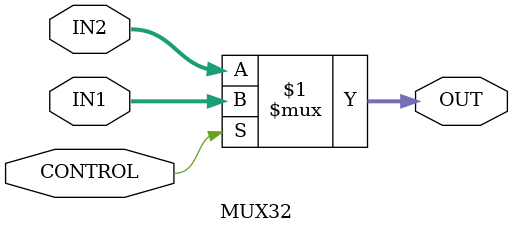
<source format=v>
`timescale 1ns / 1ps


module MUX32(IN1, IN2, CONTROL, OUT);
input wire [31:0] IN1, IN2;
input wire CONTROL;
output wire [31:0] OUT;
    
assign OUT = CONTROL ? IN1 : IN2;
endmodule

</source>
